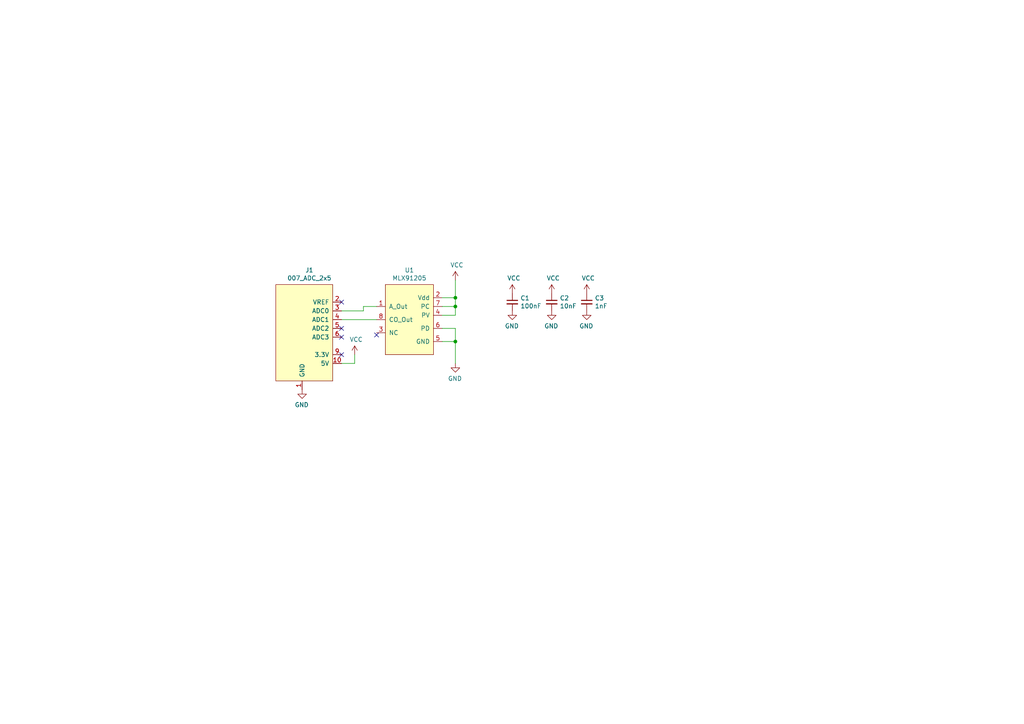
<source format=kicad_sch>
(kicad_sch (version 20211123) (generator eeschema)

  (uuid 936e2ca6-11ae-4f42-9128-52bb329f3d21)

  (paper "A4")

  (lib_symbols
    (symbol "Device:C_Small" (pin_numbers hide) (pin_names (offset 0.254) hide) (in_bom yes) (on_board yes)
      (property "Reference" "C" (id 0) (at 0.254 1.778 0)
        (effects (font (size 1.27 1.27)) (justify left))
      )
      (property "Value" "C_Small" (id 1) (at 0.254 -2.032 0)
        (effects (font (size 1.27 1.27)) (justify left))
      )
      (property "Footprint" "" (id 2) (at 0 0 0)
        (effects (font (size 1.27 1.27)) hide)
      )
      (property "Datasheet" "~" (id 3) (at 0 0 0)
        (effects (font (size 1.27 1.27)) hide)
      )
      (property "ki_keywords" "capacitor cap" (id 4) (at 0 0 0)
        (effects (font (size 1.27 1.27)) hide)
      )
      (property "ki_description" "Unpolarized capacitor, small symbol" (id 5) (at 0 0 0)
        (effects (font (size 1.27 1.27)) hide)
      )
      (property "ki_fp_filters" "C_*" (id 6) (at 0 0 0)
        (effects (font (size 1.27 1.27)) hide)
      )
      (symbol "C_Small_0_1"
        (polyline
          (pts
            (xy -1.524 -0.508)
            (xy 1.524 -0.508)
          )
          (stroke (width 0.3302) (type default) (color 0 0 0 0))
          (fill (type none))
        )
        (polyline
          (pts
            (xy -1.524 0.508)
            (xy 1.524 0.508)
          )
          (stroke (width 0.3048) (type default) (color 0 0 0 0))
          (fill (type none))
        )
      )
      (symbol "C_Small_1_1"
        (pin passive line (at 0 2.54 270) (length 2.032)
          (name "~" (effects (font (size 1.27 1.27))))
          (number "1" (effects (font (size 1.27 1.27))))
        )
        (pin passive line (at 0 -2.54 90) (length 2.032)
          (name "~" (effects (font (size 1.27 1.27))))
          (number "2" (effects (font (size 1.27 1.27))))
        )
      )
    )
    (symbol "parts:MLX91205" (pin_names (offset 1.016)) (in_bom yes) (on_board yes)
      (property "Reference" "U1" (id 0) (at -1.905 16.891 0)
        (effects (font (size 1.27 1.27)))
      )
      (property "Value" "MLX91205" (id 1) (at -1.905 14.5796 0)
        (effects (font (size 1.27 1.27)))
      )
      (property "Footprint" "Package_SO:SOIC-8_3.9x4.9mm_P1.27mm" (id 2) (at 0.0762 14.605 0)
        (effects (font (size 1.27 1.27)) hide)
      )
      (property "Datasheet" "https://www.digikey.de/product-detail/de/MLX91205KDC-AAL-003-TU/MLX91205KDC-AAL-003-TU-ND/1995325?utm_campaign=buynow&WT.z_cid=ref_octopart_dkc_buynow&utm_medium=aggregator&curr=eur&site=us&utm_source=octopart" (id 3) (at 0.0762 14.605 0)
        (effects (font (size 1.27 1.27)) hide)
      )
      (property "MPN" "MLX91205" (id 4) (at 0 0 0)
        (effects (font (size 1.27 1.27)) hide)
      )
      (symbol "MLX91205_0_1"
        (rectangle (start -5.08 12.7) (end 8.89 -7.62)
          (stroke (width 0) (type default) (color 0 0 0 0))
          (fill (type background))
        )
      )
      (symbol "MLX91205_1_1"
        (pin output line (at 11.43 6.35 180) (length 2.54)
          (name "A_Out" (effects (font (size 1.27 1.27))))
          (number "1" (effects (font (size 1.27 1.27))))
        )
        (pin unspecified line (at -7.62 8.89 0) (length 2.54)
          (name "Vdd" (effects (font (size 1.27 1.27))))
          (number "2" (effects (font (size 1.27 1.27))))
        )
        (pin unspecified line (at 11.43 -1.27 180) (length 2.54)
          (name "NC" (effects (font (size 1.27 1.27))))
          (number "3" (effects (font (size 1.27 1.27))))
        )
        (pin unspecified line (at -7.62 3.81 0) (length 2.54)
          (name "PV" (effects (font (size 1.27 1.27))))
          (number "4" (effects (font (size 1.27 1.27))))
        )
        (pin unspecified line (at -7.62 -3.81 0) (length 2.54)
          (name "GND" (effects (font (size 1.27 1.27))))
          (number "5" (effects (font (size 1.27 1.27))))
        )
        (pin unspecified line (at -7.62 0 0) (length 2.54)
          (name "PD" (effects (font (size 1.27 1.27))))
          (number "6" (effects (font (size 1.27 1.27))))
        )
        (pin unspecified line (at -7.62 6.35 0) (length 2.54)
          (name "PC" (effects (font (size 1.27 1.27))))
          (number "7" (effects (font (size 1.27 1.27))))
        )
        (pin unspecified line (at 11.43 2.54 180) (length 2.54)
          (name "CO_Out" (effects (font (size 1.27 1.27))))
          (number "8" (effects (font (size 1.27 1.27))))
        )
      )
    )
    (symbol "power:GND" (power) (pin_names (offset 0)) (in_bom yes) (on_board yes)
      (property "Reference" "#PWR" (id 0) (at 0 -6.35 0)
        (effects (font (size 1.27 1.27)) hide)
      )
      (property "Value" "GND" (id 1) (at 0 -3.81 0)
        (effects (font (size 1.27 1.27)))
      )
      (property "Footprint" "" (id 2) (at 0 0 0)
        (effects (font (size 1.27 1.27)) hide)
      )
      (property "Datasheet" "" (id 3) (at 0 0 0)
        (effects (font (size 1.27 1.27)) hide)
      )
      (property "ki_keywords" "power-flag" (id 4) (at 0 0 0)
        (effects (font (size 1.27 1.27)) hide)
      )
      (property "ki_description" "Power symbol creates a global label with name \"GND\" , ground" (id 5) (at 0 0 0)
        (effects (font (size 1.27 1.27)) hide)
      )
      (symbol "GND_0_1"
        (polyline
          (pts
            (xy 0 0)
            (xy 0 -1.27)
            (xy 1.27 -1.27)
            (xy 0 -2.54)
            (xy -1.27 -1.27)
            (xy 0 -1.27)
          )
          (stroke (width 0) (type default) (color 0 0 0 0))
          (fill (type none))
        )
      )
      (symbol "GND_1_1"
        (pin power_in line (at 0 0 270) (length 0) hide
          (name "GND" (effects (font (size 1.27 1.27))))
          (number "1" (effects (font (size 1.27 1.27))))
        )
      )
    )
    (symbol "power:VCC" (power) (pin_names (offset 0)) (in_bom yes) (on_board yes)
      (property "Reference" "#PWR" (id 0) (at 0 -3.81 0)
        (effects (font (size 1.27 1.27)) hide)
      )
      (property "Value" "VCC" (id 1) (at 0 3.81 0)
        (effects (font (size 1.27 1.27)))
      )
      (property "Footprint" "" (id 2) (at 0 0 0)
        (effects (font (size 1.27 1.27)) hide)
      )
      (property "Datasheet" "" (id 3) (at 0 0 0)
        (effects (font (size 1.27 1.27)) hide)
      )
      (property "ki_keywords" "power-flag" (id 4) (at 0 0 0)
        (effects (font (size 1.27 1.27)) hide)
      )
      (property "ki_description" "Power symbol creates a global label with name \"VCC\"" (id 5) (at 0 0 0)
        (effects (font (size 1.27 1.27)) hide)
      )
      (symbol "VCC_0_1"
        (polyline
          (pts
            (xy -0.762 1.27)
            (xy 0 2.54)
          )
          (stroke (width 0) (type default) (color 0 0 0 0))
          (fill (type none))
        )
        (polyline
          (pts
            (xy 0 0)
            (xy 0 2.54)
          )
          (stroke (width 0) (type default) (color 0 0 0 0))
          (fill (type none))
        )
        (polyline
          (pts
            (xy 0 2.54)
            (xy 0.762 1.27)
          )
          (stroke (width 0) (type default) (color 0 0 0 0))
          (fill (type none))
        )
      )
      (symbol "VCC_1_1"
        (pin power_in line (at 0 0 90) (length 0) hide
          (name "VCC" (effects (font (size 1.27 1.27))))
          (number "1" (effects (font (size 1.27 1.27))))
        )
      )
    )
    (symbol "put_on_edge:007_ADC" (pin_names (offset 1.016)) (in_bom yes) (on_board yes)
      (property "Reference" "J" (id 0) (at -2.54 13.97 0)
        (effects (font (size 1.27 1.27)))
      )
      (property "Value" "007_ADC" (id 1) (at 8.89 13.97 0)
        (effects (font (size 1.27 1.27)))
      )
      (property "Footprint" "" (id 2) (at 7.62 16.51 0)
        (effects (font (size 1.27 1.27)) hide)
      )
      (property "Datasheet" "" (id 3) (at 7.62 16.51 0)
        (effects (font (size 1.27 1.27)) hide)
      )
      (symbol "007_ADC_0_1"
        (rectangle (start -8.89 12.7) (end 7.62 -15.24)
          (stroke (width 0) (type default) (color 0 0 0 0))
          (fill (type background))
        )
      )
      (symbol "007_ADC_1_1"
        (pin power_in line (at 0 -17.78 90) (length 2.54)
          (name "GND" (effects (font (size 1.27 1.27))))
          (number "1" (effects (font (size 1.27 1.27))))
        )
        (pin bidirectional line (at -11.43 -10.16 0) (length 2.54)
          (name "5V" (effects (font (size 1.27 1.27))))
          (number "10" (effects (font (size 1.27 1.27))))
        )
        (pin bidirectional line (at -11.43 7.62 0) (length 2.54)
          (name "VREF" (effects (font (size 1.27 1.27))))
          (number "2" (effects (font (size 1.27 1.27))))
        )
        (pin power_in line (at -11.43 5.08 0) (length 2.54)
          (name "ADC0" (effects (font (size 1.27 1.27))))
          (number "3" (effects (font (size 1.27 1.27))))
        )
        (pin bidirectional line (at -11.43 2.54 0) (length 2.54)
          (name "ADC1" (effects (font (size 1.27 1.27))))
          (number "4" (effects (font (size 1.27 1.27))))
        )
        (pin bidirectional line (at -11.43 0 0) (length 2.54)
          (name "ADC2" (effects (font (size 1.27 1.27))))
          (number "5" (effects (font (size 1.27 1.27))))
        )
        (pin bidirectional line (at -11.43 -2.54 0) (length 2.54)
          (name "ADC3" (effects (font (size 1.27 1.27))))
          (number "6" (effects (font (size 1.27 1.27))))
        )
        (pin bidirectional line (at -11.43 -7.62 0) (length 2.54)
          (name "3.3V" (effects (font (size 1.27 1.27))))
          (number "9" (effects (font (size 1.27 1.27))))
        )
      )
    )
  )

  (junction (at 132.08 99.06) (diameter 0) (color 0 0 0 0)
    (uuid 7079c837-bbf4-438e-9da4-c6bf5915b04e)
  )
  (junction (at 132.08 86.36) (diameter 0) (color 0 0 0 0)
    (uuid 9015d26f-af14-4ed9-9859-c805e5c49b85)
  )
  (junction (at 132.08 88.9) (diameter 0) (color 0 0 0 0)
    (uuid 94d2ed43-2fd4-4009-b512-028eb60bb0ee)
  )

  (no_connect (at 99.06 102.87) (uuid 4831966c-bb32-4bc8-a400-0382a02ffa1c))
  (no_connect (at 99.06 95.25) (uuid 4d4b0fcd-2c79-4fc3-b5fa-7a0741601344))
  (no_connect (at 99.06 97.79) (uuid 9762c9ed-64d8-4f3e-baf6-f6ba6effc919))
  (no_connect (at 109.22 97.155) (uuid e25ce415-914a-48fe-bf09-324317917b2e))
  (no_connect (at 99.06 87.63) (uuid ebadd2a5-21ab-4a7e-b5bc-6f737367e560))

  (wire (pts (xy 128.27 99.06) (xy 132.08 99.06))
    (stroke (width 0) (type default) (color 0 0 0 0))
    (uuid 0eaa739f-faf6-404e-8b80-1baf9c93be4f)
  )
  (wire (pts (xy 128.27 95.25) (xy 132.08 95.25))
    (stroke (width 0) (type default) (color 0 0 0 0))
    (uuid 149d4cd5-d52c-4bd9-b86a-a2d112873dca)
  )
  (wire (pts (xy 102.87 105.41) (xy 102.87 102.87))
    (stroke (width 0) (type default) (color 0 0 0 0))
    (uuid 1b54105e-6590-4d26-a763-ecfcf81eedc4)
  )
  (wire (pts (xy 132.08 86.36) (xy 132.08 81.28))
    (stroke (width 0) (type default) (color 0 0 0 0))
    (uuid 3f7ee127-7162-433c-bf55-fdfdabe04ba5)
  )
  (wire (pts (xy 99.06 92.71) (xy 109.22 92.71))
    (stroke (width 0) (type default) (color 0 0 0 0))
    (uuid 4b3a51c1-4d67-4dc4-8c51-24f208c7029f)
  )
  (wire (pts (xy 132.08 99.06) (xy 132.08 105.41))
    (stroke (width 0) (type default) (color 0 0 0 0))
    (uuid 5c3057f2-7c73-4ef7-b5f4-abf9b9480c78)
  )
  (wire (pts (xy 128.27 91.44) (xy 132.08 91.44))
    (stroke (width 0) (type default) (color 0 0 0 0))
    (uuid 896030d3-e81c-45df-bc0a-ef28b02e9111)
  )
  (wire (pts (xy 105.41 88.9) (xy 109.22 88.9))
    (stroke (width 0) (type default) (color 0 0 0 0))
    (uuid 99240f31-b7cc-4dae-8b85-50b133f74af8)
  )
  (wire (pts (xy 99.06 90.17) (xy 105.41 90.17))
    (stroke (width 0) (type default) (color 0 0 0 0))
    (uuid a2b4cbef-f9e8-4b21-b14e-b1a05e94c682)
  )
  (wire (pts (xy 132.08 88.9) (xy 132.08 86.36))
    (stroke (width 0) (type default) (color 0 0 0 0))
    (uuid af358d46-f72b-4ff3-b519-167cdcca46b7)
  )
  (wire (pts (xy 99.06 105.41) (xy 102.87 105.41))
    (stroke (width 0) (type default) (color 0 0 0 0))
    (uuid afd3dbad-e7a8-4e4c-b77c-4065a69aefa2)
  )
  (wire (pts (xy 132.08 91.44) (xy 132.08 88.9))
    (stroke (width 0) (type default) (color 0 0 0 0))
    (uuid b39d01c8-8b83-432e-a211-dc255e83e77a)
  )
  (wire (pts (xy 128.27 88.9) (xy 132.08 88.9))
    (stroke (width 0) (type default) (color 0 0 0 0))
    (uuid b433c7ed-0a5f-40d9-9b19-11b93b2f67d9)
  )
  (wire (pts (xy 128.27 86.36) (xy 132.08 86.36))
    (stroke (width 0) (type default) (color 0 0 0 0))
    (uuid c3a213ac-dc44-49f6-9815-ea1e014069cd)
  )
  (wire (pts (xy 105.41 90.17) (xy 105.41 88.9))
    (stroke (width 0) (type default) (color 0 0 0 0))
    (uuid cbad9be2-92ce-4e40-a800-c4ef4a4ab7c5)
  )
  (wire (pts (xy 132.08 95.25) (xy 132.08 99.06))
    (stroke (width 0) (type default) (color 0 0 0 0))
    (uuid fe261711-0df1-46bb-b997-5570d35d3204)
  )

  (symbol (lib_id "parts:MLX91205") (at 120.65 95.25 0) (mirror y) (unit 1)
    (in_bom yes) (on_board yes)
    (uuid 00000000-0000-0000-0000-000060346945)
    (property "Reference" "U1" (id 0) (at 118.745 78.359 0))
    (property "Value" "MLX91205" (id 1) (at 118.745 80.6704 0))
    (property "Footprint" "Package_SO:SOIC-8_3.9x4.9mm_P1.27mm" (id 2) (at 120.5738 80.645 0)
      (effects (font (size 1.27 1.27)) hide)
    )
    (property "Datasheet" "https://www.digikey.de/product-detail/de/MLX91205KDC-AAL-003-TU/MLX91205KDC-AAL-003-TU-ND/1995325?utm_campaign=buynow&WT.z_cid=ref_octopart_dkc_buynow&utm_medium=aggregator&curr=eur&site=us&utm_source=octopart" (id 3) (at 120.5738 80.645 0)
      (effects (font (size 1.27 1.27)) hide)
    )
    (property "MPN" "MLX91205" (id 4) (at 120.65 95.25 0)
      (effects (font (size 1.27 1.27)) hide)
    )
    (pin "1" (uuid 7a1c5a6b-af6c-4c2f-9b1b-a52569209af3))
    (pin "2" (uuid 323ddd7f-366b-4dd9-8d22-bc62470b5400))
    (pin "3" (uuid e76d5a4d-7038-4f07-918c-10c728499ae3))
    (pin "4" (uuid b9cce91f-3d7e-446c-9dc5-e489a1e02a79))
    (pin "5" (uuid c4db0dda-4ba0-4e57-a39b-e25e5016b5a6))
    (pin "6" (uuid 8442355a-29d5-43b3-b33c-16f7082f8e94))
    (pin "7" (uuid 1618814f-0505-4c75-87a3-5639a90ae5f7))
    (pin "8" (uuid bf0862f0-7b4d-4da4-a5e8-91a9bdbee56f))
  )

  (symbol (lib_id "put_on_edge:007_ADC") (at 87.63 95.25 0) (mirror y) (unit 1)
    (in_bom yes) (on_board yes)
    (uuid 00000000-0000-0000-0000-000060349c8b)
    (property "Reference" "J1" (id 0) (at 89.7382 78.359 0))
    (property "Value" "007_ADC_2x5" (id 1) (at 89.7382 80.6704 0))
    (property "Footprint" "on_edge:on_edge_2x05_device" (id 2) (at 80.01 78.74 0)
      (effects (font (size 1.27 1.27)) hide)
    )
    (property "Datasheet" "" (id 3) (at 80.01 78.74 0)
      (effects (font (size 1.27 1.27)) hide)
    )
    (pin "1" (uuid 958df038-6a8f-4864-86ee-b0a557ddd3fc))
    (pin "10" (uuid 8a3c4457-d556-4ea3-9b77-55afc48d2d38))
    (pin "2" (uuid 6b8368e6-e2d6-4a93-96a2-0152e2cea5aa))
    (pin "3" (uuid b9a8ff4c-342a-4f44-bfb4-1b1895e9679b))
    (pin "4" (uuid 29941c34-ddd5-4a9c-bdef-5bf81398f604))
    (pin "5" (uuid a54bb4a4-64bd-4fc7-8376-db68e860606d))
    (pin "6" (uuid 6324f539-5157-429d-ad08-999e5f3ad633))
    (pin "9" (uuid 905fabdb-8ed0-4155-a223-e7e5bd968fe5))
  )

  (symbol (lib_id "power:VCC") (at 102.87 102.87 0) (unit 1)
    (in_bom yes) (on_board yes)
    (uuid 00000000-0000-0000-0000-00006034be78)
    (property "Reference" "#PWR0101" (id 0) (at 102.87 106.68 0)
      (effects (font (size 1.27 1.27)) hide)
    )
    (property "Value" "VCC" (id 1) (at 103.3018 98.4758 0))
    (property "Footprint" "" (id 2) (at 102.87 102.87 0)
      (effects (font (size 1.27 1.27)) hide)
    )
    (property "Datasheet" "" (id 3) (at 102.87 102.87 0)
      (effects (font (size 1.27 1.27)) hide)
    )
    (pin "1" (uuid 443924cf-d193-466f-a5e4-24c7c9a6fdc9))
  )

  (symbol (lib_id "power:VCC") (at 132.08 81.28 0) (unit 1)
    (in_bom yes) (on_board yes)
    (uuid 00000000-0000-0000-0000-00006034c455)
    (property "Reference" "#PWR0102" (id 0) (at 132.08 85.09 0)
      (effects (font (size 1.27 1.27)) hide)
    )
    (property "Value" "VCC" (id 1) (at 132.5118 76.8858 0))
    (property "Footprint" "" (id 2) (at 132.08 81.28 0)
      (effects (font (size 1.27 1.27)) hide)
    )
    (property "Datasheet" "" (id 3) (at 132.08 81.28 0)
      (effects (font (size 1.27 1.27)) hide)
    )
    (pin "1" (uuid 4c768091-718d-4ee2-b919-91610b4989bf))
  )

  (symbol (lib_id "power:GND") (at 132.08 105.41 0) (mirror y) (unit 1)
    (in_bom yes) (on_board yes)
    (uuid 00000000-0000-0000-0000-00006034d0b6)
    (property "Reference" "#PWR0103" (id 0) (at 132.08 111.76 0)
      (effects (font (size 1.27 1.27)) hide)
    )
    (property "Value" "GND" (id 1) (at 131.953 109.8042 0))
    (property "Footprint" "" (id 2) (at 132.08 105.41 0)
      (effects (font (size 1.27 1.27)) hide)
    )
    (property "Datasheet" "" (id 3) (at 132.08 105.41 0)
      (effects (font (size 1.27 1.27)) hide)
    )
    (pin "1" (uuid cb5517dd-1a43-4e3c-9396-33a6288eccb5))
  )

  (symbol (lib_id "Device:C_Small") (at 148.59 87.63 0) (unit 1)
    (in_bom yes) (on_board yes)
    (uuid 00000000-0000-0000-0000-00006034d649)
    (property "Reference" "C1" (id 0) (at 150.9268 86.4616 0)
      (effects (font (size 1.27 1.27)) (justify left))
    )
    (property "Value" "100nF" (id 1) (at 150.9268 88.773 0)
      (effects (font (size 1.27 1.27)) (justify left))
    )
    (property "Footprint" "Capacitor_SMD:C_0603_1608Metric" (id 2) (at 148.59 87.63 0)
      (effects (font (size 1.27 1.27)) hide)
    )
    (property "Datasheet" "~" (id 3) (at 148.59 87.63 0)
      (effects (font (size 1.27 1.27)) hide)
    )
    (pin "1" (uuid cef9ded0-2b78-46a0-b213-4a6d45c2f8b0))
    (pin "2" (uuid 6136a80b-9438-4439-aa13-feca759328f8))
  )

  (symbol (lib_id "power:VCC") (at 148.59 85.09 0) (unit 1)
    (in_bom yes) (on_board yes)
    (uuid 00000000-0000-0000-0000-00006034e397)
    (property "Reference" "#PWR0104" (id 0) (at 148.59 88.9 0)
      (effects (font (size 1.27 1.27)) hide)
    )
    (property "Value" "VCC" (id 1) (at 149.0218 80.6958 0))
    (property "Footprint" "" (id 2) (at 148.59 85.09 0)
      (effects (font (size 1.27 1.27)) hide)
    )
    (property "Datasheet" "" (id 3) (at 148.59 85.09 0)
      (effects (font (size 1.27 1.27)) hide)
    )
    (pin "1" (uuid f6082788-13b1-47ca-8c56-ef76795b4741))
  )

  (symbol (lib_id "power:GND") (at 87.63 113.03 0) (mirror y) (unit 1)
    (in_bom yes) (on_board yes)
    (uuid 00000000-0000-0000-0000-00006034e58c)
    (property "Reference" "#PWR0112" (id 0) (at 87.63 119.38 0)
      (effects (font (size 1.27 1.27)) hide)
    )
    (property "Value" "GND" (id 1) (at 87.503 117.4242 0))
    (property "Footprint" "" (id 2) (at 87.63 113.03 0)
      (effects (font (size 1.27 1.27)) hide)
    )
    (property "Datasheet" "" (id 3) (at 87.63 113.03 0)
      (effects (font (size 1.27 1.27)) hide)
    )
    (pin "1" (uuid 601be67a-3556-4643-a537-e7891171212e))
  )

  (symbol (lib_id "power:GND") (at 148.59 90.17 0) (mirror y) (unit 1)
    (in_bom yes) (on_board yes)
    (uuid 00000000-0000-0000-0000-00006034e741)
    (property "Reference" "#PWR0105" (id 0) (at 148.59 96.52 0)
      (effects (font (size 1.27 1.27)) hide)
    )
    (property "Value" "GND" (id 1) (at 148.463 94.5642 0))
    (property "Footprint" "" (id 2) (at 148.59 90.17 0)
      (effects (font (size 1.27 1.27)) hide)
    )
    (property "Datasheet" "" (id 3) (at 148.59 90.17 0)
      (effects (font (size 1.27 1.27)) hide)
    )
    (pin "1" (uuid 7fdce8ca-c9ff-46f0-b1f7-57d3132c2dab))
  )

  (symbol (lib_id "Device:C_Small") (at 160.02 87.63 0) (unit 1)
    (in_bom yes) (on_board yes)
    (uuid 00000000-0000-0000-0000-00006034f6b1)
    (property "Reference" "C2" (id 0) (at 162.3568 86.4616 0)
      (effects (font (size 1.27 1.27)) (justify left))
    )
    (property "Value" "10nF" (id 1) (at 162.3568 88.773 0)
      (effects (font (size 1.27 1.27)) (justify left))
    )
    (property "Footprint" "Capacitor_SMD:C_0603_1608Metric" (id 2) (at 160.02 87.63 0)
      (effects (font (size 1.27 1.27)) hide)
    )
    (property "Datasheet" "~" (id 3) (at 160.02 87.63 0)
      (effects (font (size 1.27 1.27)) hide)
    )
    (pin "1" (uuid 8a1cdef1-da3d-41b0-8d52-3220205347ba))
    (pin "2" (uuid 3be6efa8-f2a4-4ee3-9dc6-8913a74d2883))
  )

  (symbol (lib_id "power:VCC") (at 160.02 85.09 0) (unit 1)
    (in_bom yes) (on_board yes)
    (uuid 00000000-0000-0000-0000-00006034f6b7)
    (property "Reference" "#PWR0106" (id 0) (at 160.02 88.9 0)
      (effects (font (size 1.27 1.27)) hide)
    )
    (property "Value" "VCC" (id 1) (at 160.4518 80.6958 0))
    (property "Footprint" "" (id 2) (at 160.02 85.09 0)
      (effects (font (size 1.27 1.27)) hide)
    )
    (property "Datasheet" "" (id 3) (at 160.02 85.09 0)
      (effects (font (size 1.27 1.27)) hide)
    )
    (pin "1" (uuid 52790a6a-7ba1-4e85-ad9f-2aaea68a8829))
  )

  (symbol (lib_id "power:GND") (at 160.02 90.17 0) (mirror y) (unit 1)
    (in_bom yes) (on_board yes)
    (uuid 00000000-0000-0000-0000-00006034f6bd)
    (property "Reference" "#PWR0107" (id 0) (at 160.02 96.52 0)
      (effects (font (size 1.27 1.27)) hide)
    )
    (property "Value" "GND" (id 1) (at 159.893 94.5642 0))
    (property "Footprint" "" (id 2) (at 160.02 90.17 0)
      (effects (font (size 1.27 1.27)) hide)
    )
    (property "Datasheet" "" (id 3) (at 160.02 90.17 0)
      (effects (font (size 1.27 1.27)) hide)
    )
    (pin "1" (uuid c8dca1a6-f09a-4305-804d-2295b5448f55))
  )

  (symbol (lib_id "Device:C_Small") (at 170.18 87.63 0) (unit 1)
    (in_bom yes) (on_board yes)
    (uuid 00000000-0000-0000-0000-000060350404)
    (property "Reference" "C3" (id 0) (at 172.5168 86.4616 0)
      (effects (font (size 1.27 1.27)) (justify left))
    )
    (property "Value" "1nF" (id 1) (at 172.5168 88.773 0)
      (effects (font (size 1.27 1.27)) (justify left))
    )
    (property "Footprint" "Capacitor_SMD:C_0603_1608Metric" (id 2) (at 170.18 87.63 0)
      (effects (font (size 1.27 1.27)) hide)
    )
    (property "Datasheet" "~" (id 3) (at 170.18 87.63 0)
      (effects (font (size 1.27 1.27)) hide)
    )
    (pin "1" (uuid 7c840cf2-18c2-4b5e-9d18-7773de25b900))
    (pin "2" (uuid 9e12aa45-f15b-4c29-be3e-fcc92d0c89a6))
  )

  (symbol (lib_id "power:VCC") (at 170.18 85.09 0) (unit 1)
    (in_bom yes) (on_board yes)
    (uuid 00000000-0000-0000-0000-00006035040a)
    (property "Reference" "#PWR0108" (id 0) (at 170.18 88.9 0)
      (effects (font (size 1.27 1.27)) hide)
    )
    (property "Value" "VCC" (id 1) (at 170.6118 80.6958 0))
    (property "Footprint" "" (id 2) (at 170.18 85.09 0)
      (effects (font (size 1.27 1.27)) hide)
    )
    (property "Datasheet" "" (id 3) (at 170.18 85.09 0)
      (effects (font (size 1.27 1.27)) hide)
    )
    (pin "1" (uuid 0ff62544-fbff-4de2-bbd5-b3049afe4eaa))
  )

  (symbol (lib_id "power:GND") (at 170.18 90.17 0) (mirror y) (unit 1)
    (in_bom yes) (on_board yes)
    (uuid 00000000-0000-0000-0000-000060350410)
    (property "Reference" "#PWR0109" (id 0) (at 170.18 96.52 0)
      (effects (font (size 1.27 1.27)) hide)
    )
    (property "Value" "GND" (id 1) (at 170.053 94.5642 0))
    (property "Footprint" "" (id 2) (at 170.18 90.17 0)
      (effects (font (size 1.27 1.27)) hide)
    )
    (property "Datasheet" "" (id 3) (at 170.18 90.17 0)
      (effects (font (size 1.27 1.27)) hide)
    )
    (pin "1" (uuid ead511cf-663a-4357-938d-081298c43105))
  )

  (sheet_instances
    (path "/" (page "1"))
  )

  (symbol_instances
    (path "/00000000-0000-0000-0000-00006034be78"
      (reference "#PWR0101") (unit 1) (value "VCC") (footprint "")
    )
    (path "/00000000-0000-0000-0000-00006034c455"
      (reference "#PWR0102") (unit 1) (value "VCC") (footprint "")
    )
    (path "/00000000-0000-0000-0000-00006034d0b6"
      (reference "#PWR0103") (unit 1) (value "GND") (footprint "")
    )
    (path "/00000000-0000-0000-0000-00006034e397"
      (reference "#PWR0104") (unit 1) (value "VCC") (footprint "")
    )
    (path "/00000000-0000-0000-0000-00006034e741"
      (reference "#PWR0105") (unit 1) (value "GND") (footprint "")
    )
    (path "/00000000-0000-0000-0000-00006034f6b7"
      (reference "#PWR0106") (unit 1) (value "VCC") (footprint "")
    )
    (path "/00000000-0000-0000-0000-00006034f6bd"
      (reference "#PWR0107") (unit 1) (value "GND") (footprint "")
    )
    (path "/00000000-0000-0000-0000-00006035040a"
      (reference "#PWR0108") (unit 1) (value "VCC") (footprint "")
    )
    (path "/00000000-0000-0000-0000-000060350410"
      (reference "#PWR0109") (unit 1) (value "GND") (footprint "")
    )
    (path "/00000000-0000-0000-0000-00006034e58c"
      (reference "#PWR0112") (unit 1) (value "GND") (footprint "")
    )
    (path "/00000000-0000-0000-0000-00006034d649"
      (reference "C1") (unit 1) (value "100nF") (footprint "Capacitor_SMD:C_0603_1608Metric")
    )
    (path "/00000000-0000-0000-0000-00006034f6b1"
      (reference "C2") (unit 1) (value "10nF") (footprint "Capacitor_SMD:C_0603_1608Metric")
    )
    (path "/00000000-0000-0000-0000-000060350404"
      (reference "C3") (unit 1) (value "1nF") (footprint "Capacitor_SMD:C_0603_1608Metric")
    )
    (path "/00000000-0000-0000-0000-000060349c8b"
      (reference "J1") (unit 1) (value "007_ADC_2x5") (footprint "on_edge:on_edge_2x05_device")
    )
    (path "/00000000-0000-0000-0000-000060346945"
      (reference "U1") (unit 1) (value "MLX91205") (footprint "Package_SO:SOIC-8_3.9x4.9mm_P1.27mm")
    )
  )
)

</source>
